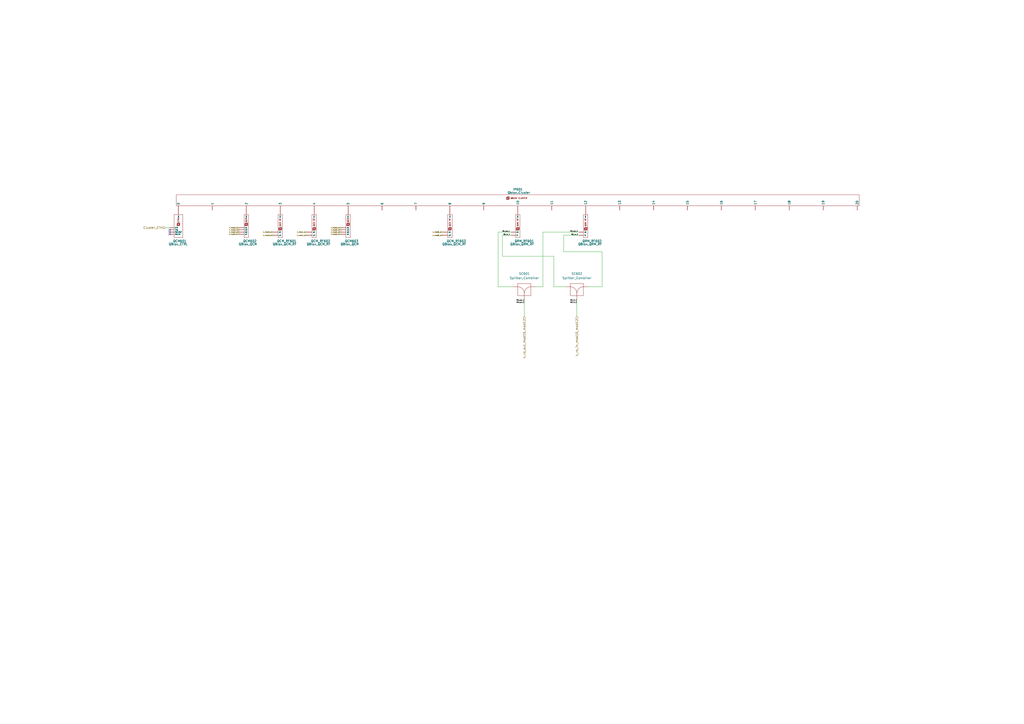
<source format=kicad_sch>
(kicad_sch (version 20230121) (generator eeschema)
  (paper "A2")
  (lib_symbols
    (symbol "Quantum Computing:QBlox_CTRL" (on_board no)
      (property "Reference" "QCM" (at -1.905 -2.032 0))
      (property "Value" "QBlox_CTRL" (at -4.445 -3.81 0))
      (symbol "QBlox_CTRL_0_0"
        (rectangle (start -1.27 13.335) (end 3.81 0))
        (polyline (pts (xy 1.905 6.985) (xy 2.1394 7.2206) (xy 2.124 8.4684) (xy 0.8708 8.4836) (xy 0.7311 8.3405) (xy 0.9734 8.3405) (xy 1.923 8.3405) (xy 1.7831 8.1985) (xy 1.6432 8.0564) (xy 0.9734 8.0564) (xy 0.9734 8.3405) (xy 0.7311 8.3405) (xy 0.638 8.2451) (xy 0.4666 8.0695) (xy 0.6456 8.0695) (xy 0.6726 8.0937) (xy 0.7205 8.1365) (xy 0.7768 8.2003) (xy 0.83 8.2695) (xy 0.8307 8.1629) (xy 0.8307 8.1389) (xy 0.8243 8.0818) (xy 0.795 8.0599) (xy 0.7264 8.0564) (xy 0.7223 8.0564) (xy 0.6596 8.0588) (xy 0.6456 8.0695) (xy 0.4666 8.0695) (xy 0.4051 8.0065) (xy 0.4051 7.3909) (xy 0.4065 7.1729) (xy 0.4104 7.0072) (xy 0.4128 6.9647) (xy 0.5472 6.9647) (xy 0.5472 7.9428) (xy 0.8313 7.9428) (xy 0.9734 7.9428) (xy 1.5984 7.9428) (xy 1.5984 7.2893) (xy 0.9734 7.2893) (xy 0.9734 7.9428) (xy 0.8313 7.9428) (xy 0.8313 7.2862) (xy 1.7405 7.2862) (xy 1.7405 7.9875) (xy 1.8832 8.1281) (xy 2.026 8.2688) (xy 2.0182 7.7861) (xy 2.0104 7.3035) (xy 1.8754 7.2948) (xy 1.7405 7.2862) (xy 0.8313 7.2862) (xy 0.8313 7.2445) (xy 0.6892 7.1046) (xy 0.5472 6.9647) (xy 0.4128 6.9647) (xy 0.4169 6.8915) (xy 0.6488 6.8915) (xy 0.7887 7.0336) (xy 0.9286 7.1756) (xy 1.5984 7.1756) (xy 1.5984 7.0829) (xy 1.7263 7.0829) (xy 1.7316 7.146) (xy 1.7585 7.1711) (xy 1.8242 7.1756) (xy 1.9221 7.1756) (xy 1.8257 7.0762) (xy 1.7924 7.042) (xy 1.7465 6.9951) (xy 1.7278 6.9768) (xy 1.7276 6.9776) (xy 1.7267 7.0104) (xy 1.7263 7.0762) (xy 1.7263 7.0829) (xy 1.5984 7.0829) (xy 1.5984 6.8915) (xy 0.6488 6.8915) (xy 0.4169 6.8915) (xy 0.417 6.8898) (xy 0.4265 6.8166) (xy 0.4392 6.7836) (xy 0.441 6.782) (xy 0.4782 6.7697) (xy 0.5557 6.7605) (xy 0.6779 6.7542) (xy 0.8486 6.7506) (xy 1.072 6.7495) (xy 1.6707 6.7495) (xy 1.905 6.985)) (stroke (width 0.01)) (fill (type outline)))
        (text "CTRL" (at 1.27 10.16 900) (effects (font (size 0.8 0.8))))
      )
      (symbol "QBlox_CTRL_1_1"
        (pin output line (at -3.81 5.715 0) (length 2.54) (name "ETH") (number ""))
        (pin output line (at -3.81 1.905 0) (length 2.54) (name "Ref_IN") (number ""))
        (pin output line (at -3.81 3.175 0) (length 2.54) (name "Ref_OUT") (number ""))
        (pin bidirectional line (at 1.27 15.875 270) (length 2.54) (name "SYNC") (number ""))
        (pin output line (at -3.81 4.445 0) (length 2.54) (name "Trig") (number ""))
      )
    )
    (symbol "Quantum Computing:QBlox_QCM" (on_board no)
      (property "Reference" "QCM" (at -1.905 -2.032 0))
      (property "Value" "QBlox_QCM" (at -4.445 -3.81 0))
      (symbol "QBlox_QCM_0_0"
        (rectangle (start -1.27 13.335) (end 1.27 0))
        (polyline (pts (xy 0.635 6.985) (xy 0.8694 7.2206) (xy 0.854 8.4684) (xy -0.3992 8.4836) (xy -0.5389 8.3405) (xy -0.2966 8.3405) (xy 0.653 8.3405) (xy 0.5131 8.1985) (xy 0.3732 8.0564) (xy -0.2966 8.0564) (xy -0.2966 8.3405) (xy -0.5389 8.3405) (xy -0.632 8.2451) (xy -0.8034 8.0695) (xy -0.6244 8.0695) (xy -0.5974 8.0937) (xy -0.5495 8.1365) (xy -0.4932 8.2003) (xy -0.44 8.2695) (xy -0.4393 8.1629) (xy -0.4393 8.1389) (xy -0.4457 8.0818) (xy -0.475 8.0599) (xy -0.5436 8.0564) (xy -0.5477 8.0564) (xy -0.6104 8.0588) (xy -0.6244 8.0695) (xy -0.8034 8.0695) (xy -0.8649 8.0065) (xy -0.8649 7.3909) (xy -0.8635 7.1729) (xy -0.8596 7.0072) (xy -0.8572 6.9647) (xy -0.7228 6.9647) (xy -0.7228 7.9428) (xy -0.4387 7.9428) (xy -0.2966 7.9428) (xy 0.3284 7.9428) (xy 0.3284 7.2893) (xy -0.2966 7.2893) (xy -0.2966 7.9428) (xy -0.4387 7.9428) (xy -0.4387 7.2862) (xy 0.4705 7.2862) (xy 0.4705 7.9875) (xy 0.6132 8.1281) (xy 0.756 8.2688) (xy 0.7482 7.7861) (xy 0.7404 7.3035) (xy 0.6054 7.2948) (xy 0.4705 7.2862) (xy -0.4387 7.2862) (xy -0.4387 7.2445) (xy -0.5808 7.1046) (xy -0.7228 6.9647) (xy -0.8572 6.9647) (xy -0.8531 6.8915) (xy -0.6212 6.8915) (xy -0.4813 7.0336) (xy -0.3414 7.1756) (xy 0.3284 7.1756) (xy 0.3284 7.0829) (xy 0.4563 7.0829) (xy 0.4616 7.146) (xy 0.4885 7.1711) (xy 0.5542 7.1756) (xy 0.6521 7.1756) (xy 0.5557 7.0762) (xy 0.5224 7.042) (xy 0.4765 6.9951) (xy 0.4578 6.9768) (xy 0.4576 6.9776) (xy 0.4567 7.0104) (xy 0.4563 7.0762) (xy 0.4563 7.0829) (xy 0.3284 7.0829) (xy 0.3284 6.8915) (xy -0.6212 6.8915) (xy -0.8531 6.8915) (xy -0.853 6.8898) (xy -0.8435 6.8166) (xy -0.8308 6.7836) (xy -0.829 6.782) (xy -0.7918 6.7697) (xy -0.7143 6.7605) (xy -0.5921 6.7542) (xy -0.4214 6.7506) (xy -0.198 6.7495) (xy 0.4007 6.7495) (xy 0.635 6.985)) (stroke (width 0.01)) (fill (type outline)))
        (text "QCM" (at 0 10.16 900) (effects (font (size 0.8 0.8))))
      )
      (symbol "QBlox_QCM_1_1"
        (pin bidirectional line (at 0 15.875 270) (length 2.54) (name "SYNC") (number ""))
        (pin output line (at -3.81 5.715 0) (length 2.54) (name "o1") (number ""))
        (pin output line (at -3.81 4.445 0) (length 2.54) (name "o2") (number ""))
        (pin output line (at -3.81 3.175 0) (length 2.54) (name "o3") (number ""))
        (pin output line (at -3.81 1.905 0) (length 2.54) (name "o4") (number ""))
      )
    )
    (symbol "Quantum Computing:QBlox_QCM_RF" (on_board no)
      (property "Reference" "QCM_RF" (at -1.905 -2.032 0))
      (property "Value" "QBlox_QCM_RF" (at -4.445 -3.81 0))
      (symbol "QBlox_QCM_RF_0_0"
        (rectangle (start -1.27 13.335) (end 1.27 0))
        (polyline (pts (xy 0.635 4.445) (xy 0.8694 4.6806) (xy 0.854 5.9284) (xy -0.3992 5.9436) (xy -0.5389 5.8005) (xy -0.2966 5.8005) (xy 0.653 5.8005) (xy 0.5131 5.6585) (xy 0.3732 5.5164) (xy -0.2966 5.5164) (xy -0.2966 5.8005) (xy -0.5389 5.8005) (xy -0.632 5.7051) (xy -0.8034 5.5295) (xy -0.6244 5.5295) (xy -0.5974 5.5537) (xy -0.5495 5.5965) (xy -0.4932 5.6603) (xy -0.44 5.7295) (xy -0.4393 5.6229) (xy -0.4393 5.5989) (xy -0.4457 5.5418) (xy -0.475 5.5199) (xy -0.5436 5.5164) (xy -0.5477 5.5164) (xy -0.6104 5.5188) (xy -0.6244 5.5295) (xy -0.8034 5.5295) (xy -0.8649 5.4665) (xy -0.8649 4.8509) (xy -0.8635 4.6329) (xy -0.8596 4.4672) (xy -0.8572 4.4247) (xy -0.7228 4.4247) (xy -0.7228 5.4028) (xy -0.4387 5.4028) (xy -0.2966 5.4028) (xy 0.3284 5.4028) (xy 0.3284 4.7493) (xy -0.2966 4.7493) (xy -0.2966 5.4028) (xy -0.4387 5.4028) (xy -0.4387 4.7462) (xy 0.4705 4.7462) (xy 0.4705 5.4475) (xy 0.6132 5.5881) (xy 0.756 5.7288) (xy 0.7482 5.2461) (xy 0.7404 4.7635) (xy 0.6054 4.7548) (xy 0.4705 4.7462) (xy -0.4387 4.7462) (xy -0.4387 4.7045) (xy -0.5808 4.5646) (xy -0.7228 4.4247) (xy -0.8572 4.4247) (xy -0.8531 4.3515) (xy -0.6212 4.3515) (xy -0.4813 4.4936) (xy -0.3414 4.6356) (xy 0.3284 4.6356) (xy 0.3284 4.5429) (xy 0.4563 4.5429) (xy 0.4616 4.606) (xy 0.4885 4.6311) (xy 0.5542 4.6356) (xy 0.6521 4.6356) (xy 0.5557 4.5362) (xy 0.5224 4.502) (xy 0.4765 4.4551) (xy 0.4578 4.4368) (xy 0.4576 4.4376) (xy 0.4567 4.4704) (xy 0.4563 4.5362) (xy 0.4563 4.5429) (xy 0.3284 4.5429) (xy 0.3284 4.3515) (xy -0.6212 4.3515) (xy -0.8531 4.3515) (xy -0.853 4.3498) (xy -0.8435 4.2766) (xy -0.8308 4.2436) (xy -0.829 4.242) (xy -0.7918 4.2297) (xy -0.7143 4.2205) (xy -0.5921 4.2142) (xy -0.4214 4.2106) (xy -0.198 4.2095) (xy 0.4007 4.2095) (xy 0.635 4.445)) (stroke (width 0.01)) (fill (type outline)))
        (text "QCM RF" (at 0 8.89 900) (effects (font (size 0.8 0.8))))
      )
      (symbol "QBlox_QCM_RF_1_1"
        (pin bidirectional line (at 0 15.875 270) (length 2.54) (name "SYNC") (number ""))
        (pin output line (at -3.81 3.175 0) (length 2.54) (name "o1") (number ""))
        (pin output line (at -3.81 1.27 0) (length 2.54) (name "o2") (number ""))
      )
    )
    (symbol "Quantum Computing:QBlox_QRM_RF" (on_board no)
      (property "Reference" "QRM_RF" (at -1.905 -2.032 0))
      (property "Value" "QBlox_QRM_RF" (at -4.445 -3.81 0))
      (symbol "QBlox_QRM_RF_0_0"
        (rectangle (start -1.27 13.335) (end 1.27 0))
        (polyline (pts (xy 0.635 4.445) (xy 0.8694 4.6806) (xy 0.854 5.9284) (xy -0.3992 5.9436) (xy -0.5389 5.8005) (xy -0.2966 5.8005) (xy 0.653 5.8005) (xy 0.5131 5.6585) (xy 0.3732 5.5164) (xy -0.2966 5.5164) (xy -0.2966 5.8005) (xy -0.5389 5.8005) (xy -0.632 5.7051) (xy -0.8034 5.5295) (xy -0.6244 5.5295) (xy -0.5974 5.5537) (xy -0.5495 5.5965) (xy -0.4932 5.6603) (xy -0.44 5.7295) (xy -0.4393 5.6229) (xy -0.4393 5.5989) (xy -0.4457 5.5418) (xy -0.475 5.5199) (xy -0.5436 5.5164) (xy -0.5477 5.5164) (xy -0.6104 5.5188) (xy -0.6244 5.5295) (xy -0.8034 5.5295) (xy -0.8649 5.4665) (xy -0.8649 4.8509) (xy -0.8635 4.6329) (xy -0.8596 4.4672) (xy -0.8572 4.4247) (xy -0.7228 4.4247) (xy -0.7228 5.4028) (xy -0.4387 5.4028) (xy -0.2966 5.4028) (xy 0.3284 5.4028) (xy 0.3284 4.7493) (xy -0.2966 4.7493) (xy -0.2966 5.4028) (xy -0.4387 5.4028) (xy -0.4387 4.7462) (xy 0.4705 4.7462) (xy 0.4705 5.4475) (xy 0.6132 5.5881) (xy 0.756 5.7288) (xy 0.7482 5.2461) (xy 0.7404 4.7635) (xy 0.6054 4.7548) (xy 0.4705 4.7462) (xy -0.4387 4.7462) (xy -0.4387 4.7045) (xy -0.5808 4.5646) (xy -0.7228 4.4247) (xy -0.8572 4.4247) (xy -0.8531 4.3515) (xy -0.6212 4.3515) (xy -0.4813 4.4936) (xy -0.3414 4.6356) (xy 0.3284 4.6356) (xy 0.3284 4.5429) (xy 0.4563 4.5429) (xy 0.4616 4.606) (xy 0.4885 4.6311) (xy 0.5542 4.6356) (xy 0.6521 4.6356) (xy 0.5557 4.5362) (xy 0.5224 4.502) (xy 0.4765 4.4551) (xy 0.4578 4.4368) (xy 0.4576 4.4376) (xy 0.4567 4.4704) (xy 0.4563 4.5362) (xy 0.4563 4.5429) (xy 0.3284 4.5429) (xy 0.3284 4.3515) (xy -0.6212 4.3515) (xy -0.8531 4.3515) (xy -0.853 4.3498) (xy -0.8435 4.2766) (xy -0.8308 4.2436) (xy -0.829 4.242) (xy -0.7918 4.2297) (xy -0.7143 4.2205) (xy -0.5921 4.2142) (xy -0.4214 4.2106) (xy -0.198 4.2095) (xy 0.4007 4.2095) (xy 0.635 4.445)) (stroke (width 0.01)) (fill (type outline)))
        (text "QRM RF" (at 0 8.89 900) (effects (font (size 0.8 0.8))))
      )
      (symbol "QBlox_QRM_RF_1_1"
        (pin bidirectional line (at 0 15.875 270) (length 2.54) (name "SYNC") (number ""))
        (pin output line (at -3.81 1.27 0) (length 2.54) (name "i1") (number ""))
        (pin output line (at -3.81 3.175 0) (length 2.54) (name "o1") (number ""))
      )
    )
    (symbol "Quantum Computing:Qblox_Cluster"
      (property "Reference" "IP" (at 0 6.985 0))
      (property "Value" "Qblox_Cluster" (at 0.635 5.08 0))
      (symbol "Qblox_Cluster_0_0"
        (rectangle (start -198.12 3.81) (end 198.12 -2.54))
        (polyline (pts (xy -5.08 1.27) (xy -4.8456 1.5056) (xy -4.861 2.7534) (xy -6.1142 2.7686) (xy -6.2539 2.6255) (xy -6.0116 2.6255) (xy -5.062 2.6255) (xy -5.2019 2.4835) (xy -5.3418 2.3414) (xy -6.0116 2.3414) (xy -6.0116 2.6255) (xy -6.2539 2.6255) (xy -6.347 2.5301) (xy -6.5184 2.3545) (xy -6.3394 2.3545) (xy -6.3124 2.3787) (xy -6.2645 2.4215) (xy -6.2082 2.4853) (xy -6.155 2.5545) (xy -6.1543 2.4479) (xy -6.1543 2.4239) (xy -6.1607 2.3668) (xy -6.19 2.3449) (xy -6.2586 2.3414) (xy -6.2627 2.3414) (xy -6.3254 2.3438) (xy -6.3394 2.3545) (xy -6.5184 2.3545) (xy -6.5799 2.2915) (xy -6.5799 1.6759) (xy -6.5785 1.4579) (xy -6.5746 1.2922) (xy -6.5722 1.2497) (xy -6.4378 1.2497) (xy -6.4378 2.2278) (xy -6.1537 2.2278) (xy -6.0116 2.2278) (xy -5.3866 2.2278) (xy -5.3866 1.5743) (xy -6.0116 1.5743) (xy -6.0116 2.2278) (xy -6.1537 2.2278) (xy -6.1537 1.5712) (xy -5.2445 1.5712) (xy -5.2445 2.2725) (xy -5.1018 2.4131) (xy -4.959 2.5538) (xy -4.9668 2.0711) (xy -4.9746 1.5885) (xy -5.1096 1.5798) (xy -5.2445 1.5712) (xy -6.1537 1.5712) (xy -6.1537 1.5295) (xy -6.2958 1.3896) (xy -6.4378 1.2497) (xy -6.5722 1.2497) (xy -6.5681 1.1765) (xy -6.3362 1.1765) (xy -6.1963 1.3186) (xy -6.0564 1.4606) (xy -5.3866 1.4606) (xy -5.3866 1.3679) (xy -5.2587 1.3679) (xy -5.2534 1.431) (xy -5.2265 1.4561) (xy -5.1608 1.4606) (xy -5.0629 1.4606) (xy -5.1593 1.3612) (xy -5.1926 1.327) (xy -5.2385 1.2801) (xy -5.2572 1.2618) (xy -5.2574 1.2626) (xy -5.2583 1.2954) (xy -5.2587 1.3612) (xy -5.2587 1.3679) (xy -5.3866 1.3679) (xy -5.3866 1.1765) (xy -6.3362 1.1765) (xy -6.5681 1.1765) (xy -6.568 1.1748) (xy -6.5585 1.1016) (xy -6.5458 1.0686) (xy -6.544 1.067) (xy -6.5068 1.0547) (xy -6.4293 1.0455) (xy -6.3071 1.0392) (xy -6.1364 1.0356) (xy -5.913 1.0345) (xy -5.3143 1.0345) (xy -5.08 1.27)) (stroke (width 0.01)) (fill (type outline)))
        (text "QBLOX CLUSTER" (at 0.635 1.905 0) (effects (font (size 0.8 0.8))))
      )
      (symbol "Qblox_Cluster_1_1"
        (pin passive line (at -196.85 -5.08 90) (length 2.54) (name "0") (number ""))
        (pin passive line (at -177.165 -5.08 90) (length 2.54) (name "1") (number ""))
        (pin passive line (at 0 -5.08 90) (length 2.54) (name "10") (number ""))
        (pin passive line (at 19.685 -5.08 90) (length 2.54) (name "11") (number ""))
        (pin passive line (at 39.37 -5.08 90) (length 2.54) (name "12") (number ""))
        (pin passive line (at 59.055 -5.08 90) (length 2.54) (name "13") (number ""))
        (pin passive line (at 78.74 -5.08 90) (length 2.54) (name "14") (number ""))
        (pin passive line (at 98.425 -5.08 90) (length 2.54) (name "15") (number ""))
        (pin passive line (at 118.11 -5.08 90) (length 2.54) (name "16") (number ""))
        (pin passive line (at 137.795 -5.08 90) (length 2.54) (name "17") (number ""))
        (pin passive line (at 157.48 -5.08 90) (length 2.54) (name "18") (number ""))
        (pin passive line (at 177.165 -5.08 90) (length 2.54) (name "19") (number ""))
        (pin passive line (at -157.48 -5.08 90) (length 2.54) (name "2") (number ""))
        (pin passive line (at 196.85 -5.08 90) (length 2.54) (name "20") (number ""))
        (pin passive line (at -137.795 -5.08 90) (length 2.54) (name "3") (number ""))
        (pin passive line (at -118.11 -5.08 90) (length 2.54) (name "4") (number ""))
        (pin passive line (at -98.425 -5.08 90) (length 2.54) (name "5") (number ""))
        (pin passive line (at -78.74 -5.08 90) (length 2.54) (name "6") (number ""))
        (pin passive line (at -59.055 -5.08 90) (length 2.54) (name "7") (number ""))
        (pin passive line (at -39.37 -5.08 90) (length 2.54) (name "8") (number ""))
        (pin passive line (at -19.685 -5.08 90) (length 2.54) (name "9") (number ""))
      )
    )
    (symbol "Quantum Computing:Splitter_Combiner" (on_board no)
      (property "Reference" "SC" (at 0 -4.445 0))
      (property "Value" "Splitter_Combiner" (at 0 -6.985 0))
      (symbol "Splitter_Combiner_0_1"
        (arc (start -3.81 0) (mid -1.0971 1.097) (end 0 3.81))
        (rectangle (start -3.81 5.08) (end 3.81 -1.905))
        (polyline (pts (xy 0 3.81) (xy 0 5.08)))
        (arc (start 0 3.81) (mid 1.1114 1.1114) (end 3.81 0))
      )
      (symbol "Splitter_Combiner_1_1"
        (pin bidirectional line (at -6.35 0 0) (length 2.54) (name "") (number ""))
        (pin bidirectional line (at 0 7.62 270) (length 2.54) (name "") (number ""))
        (pin bidirectional line (at 6.35 0 180) (length 2.54) (name "") (number ""))
      )
    )
  )
  (no_connect (at 98.425 134.62))
  (no_connect (at 98.425 133.35))
  (no_connect (at 98.425 135.89))
  (wire (pts (xy 291.465 136.525) (xy 296.545 136.525)))
  (wire (pts (xy 321.31 166.37) (xy 321.31 148.59)))
  (wire (pts (xy 328.295 166.37) (xy 321.31 166.37)))
  (wire (pts (xy 340.995 166.37) (xy 349.25 166.37)))
  (wire (pts (xy 296.545 134.62) (xy 288.925 134.62)))
  (wire (pts (xy 304.165 173.99) (xy 304.165 183.515)))
  (wire (pts (xy 334.645 173.99) (xy 334.645 183.515)))
  (wire (pts (xy 349.25 166.37) (xy 349.25 146.05)))
  (wire (pts (xy 291.465 148.59) (xy 291.465 136.525)))
  (wire (pts (xy 327.025 146.05) (xy 327.025 136.525)))
  (wire (pts (xy 327.025 136.525) (xy 335.915 136.525)))
  (wire (pts (xy 314.96 134.62) (xy 335.915 134.62)))
  (wire (pts (xy 314.96 166.37) (xy 314.96 134.62)))
  (wire (pts (xy 349.25 146.05) (xy 327.025 146.05)))
  (wire (pts (xy 95.885 132.08) (xy 98.425 132.08)))
  (wire (pts (xy 288.925 134.62) (xy 288.925 166.37)))
  (wire (pts (xy 321.31 148.59) (xy 291.465 148.59)))
  (wire (pts (xy 288.925 166.37) (xy 297.815 166.37)))
  (wire (pts (xy 310.515 166.37) (xy 314.96 166.37)))
  (label "RO_in_2" (at 334.645 175.895 180) (effects (font (size 0.64 0.64))))
  (label "RO_out_2" (at 304.165 175.895 180) (effects (font (size 0.64 0.64))))
  (label "RO_out_2" (at 335.28 134.62 180) (effects (font (size 0.64 0.64))))
  (label "RO_out_1" (at 295.91 134.62 180) (effects (font (size 0.64 0.64))))
  (label "RO_in_2" (at 335.28 136.525 180) (effects (font (size 0.64 0.64))))
  (label "RO_in_1" (at 295.91 136.525 180) (effects (font (size 0.64 0.64))))
  (label "RO_in_1" (at 334.645 174.625 180) (effects (font (size 0.64 0.64))))
  (label "RO_out_1" (at 304.165 174.625 180) (effects (font (size 0.64 0.64))))
  (hierarchical_label "4_mod2_o3" (shape input) (at 139.065 134.62 180) (effects (font (size 0.64 0.64))))
  (hierarchical_label "4_mod2_o4" (shape input) (at 139.065 135.89 180) (effects (font (size 0.64 0.64))))
  (hierarchical_label "4_mod5_o3" (shape input) (at 198.12 134.62 180) (effects (font (size 0.64 0.64))))
  (hierarchical_label "4_mod8_o1" (shape input) (at 257.175 134.62 180) (effects (font (size 0.64 0.64))))
  (hierarchical_label "Cluster_ETH" (shape input) (at 95.885 132.08 180))
  (hierarchical_label "4_ro_in_mod10_mod12" (shape input) (at 334.645 183.515 270))
  (hierarchical_label "4_mod4_o1" (shape input) (at 178.435 134.62 180) (effects (font (size 0.64 0.64))))
  (hierarchical_label "4_mod8_o2" (shape input) (at 257.175 136.525 180) (effects (font (size 0.64 0.64))))
  (hierarchical_label "4_mod5_o1" (shape input) (at 198.12 132.08 180) (effects (font (size 0.64 0.64))))
  (hierarchical_label "4_mod5_o2" (shape input) (at 198.12 133.35 180) (effects (font (size 0.64 0.64))))
  (hierarchical_label "4_mod4_o2" (shape input) (at 178.435 136.525 180) (effects (font (size 0.64 0.64))))
  (hierarchical_label "4_ro_out_mod10_mod12" (shape input) (at 304.165 183.515 270))
  (hierarchical_label "4_mod2_o1" (shape input) (at 139.065 132.08 180) (effects (font (size 0.64 0.64))))
  (hierarchical_label "4_mod3_o2" (shape input) (at 158.75 136.525 180) (effects (font (size 0.64 0.64))))
  (hierarchical_label "4_mod2_o2" (shape input) (at 139.065 133.35 180) (effects (font (size 0.64 0.64))))
  (hierarchical_label "4_mod5_o4" (shape input) (at 198.12 135.89 180) (effects (font (size 0.64 0.64))))
  (hierarchical_label "4_mod3_o1" (shape input) (at 158.75 134.62 180) (effects (font (size 0.64 0.64))))
  (symbol (lib_id "Quantum Computing:QBlox_QCM") (at 201.93 137.795 0) (unit 1) (on_board no)
    (property "Reference" "QCM603" (at 200.025 139.827 0) (effects (justify left)))
    (property "Value" "QBlox_QCM" (at 197.485 141.605 0) (effects (justify left)))
    (instances (project "KiCad 25qF" (path "" (reference "QCM603") (unit 1)) (path "" (reference "QCM3") (unit 1))))
  )
  (symbol (lib_id "Quantum Computing:QBlox_QCM") (at 142.875 137.795 0) (unit 1) (on_board no)
    (property "Reference" "QCM602" (at 140.97 139.827 0) (effects (justify left)))
    (property "Value" "QBlox_QCM" (at 138.43 141.605 0) (effects (justify left)))
    (instances (project "KiCad 25qF" (path "" (reference "QCM602") (unit 1)) (path "" (reference "QCM2") (unit 1))))
  )
  (symbol (lib_id "Quantum Computing:QBlox_QCM_RF") (at 162.56 137.795 0) (unit 1) (on_board no)
    (property "Reference" "QCM_RF601" (at 160.655 139.827 0) (effects (justify left)))
    (property "Value" "QBlox_QCM_RF" (at 158.115 141.605 0) (effects (justify left)))
    (instances (project "KiCad 25qF" (path "" (reference "QCM_RF601") (unit 1)) (path "" (reference "QCM_RF1") (unit 1))))
  )
  (symbol (lib_id "Quantum Computing:QBlox_QCM_RF") (at 260.985 137.795 0) (unit 1) (on_board no)
    (property "Reference" "QCM_RF603" (at 259.08 139.827 0) (effects (justify left)))
    (property "Value" "QBlox_QCM_RF" (at 256.54 141.605 0) (effects (justify left)))
    (instances (project "KiCad 25qF" (path "" (reference "QCM_RF603") (unit 1)) (path "" (reference "QCM_RF4") (unit 1))))
  )
  (symbol (lib_id "Quantum Computing:Splitter_Combiner") (at 304.165 166.37 180) (unit 1) (on_board no)
    (property "Reference" "SC601" (at 304.165 158.75 0))
    (property "Value" "Splitter_Combiner" (at 304.165 161.29 0))
    (instances (project "KiCad 25qF" (path "" (reference "SC601") (unit 1)) (path "" (reference "SC1") (unit 1))))
  )
  (symbol (lib_id "Quantum Computing:Qblox_Cluster") (at 300.355 116.84 0) (unit 1)
    (property "Reference" "IP601" (at 300.355 109.855 0))
    (property "Value" "Qblox_Cluster" (at 300.99 111.76 0))
    (instances (project "KiCad 25qF" (path "" (reference "IP601") (unit 1)) (path "" (reference "IP1") (unit 1))))
  )
  (symbol (lib_id "Quantum Computing:QBlox_QRM_RF") (at 339.725 137.795 0) (unit 1) (on_board no)
    (property "Reference" "QRM_RF602" (at 337.82 139.827 0) (effects (justify left)))
    (property "Value" "QBlox_QRM_RF" (at 335.28 141.605 0) (effects (justify left)))
    (instances (project "KiCad 25qF" (path "" (reference "QRM_RF602") (unit 1)) (path "" (reference "QRM_RF2") (unit 1))))
  )
  (symbol (lib_id "Quantum Computing:QBlox_QRM_RF") (at 300.355 137.795 0) (unit 1) (on_board no)
    (property "Reference" "QRM_RF601" (at 298.45 139.827 0) (effects (justify left)))
    (property "Value" "QBlox_QRM_RF" (at 295.91 141.605 0) (effects (justify left)))
    (instances (project "KiCad 25qF" (path "" (reference "QRM_RF601") (unit 1)) (path "" (reference "QRM_RF1") (unit 1))))
  )
  (symbol (lib_id "Quantum Computing:Splitter_Combiner") (at 334.645 166.37 180) (unit 1) (on_board no)
    (property "Reference" "SC602" (at 334.645 158.75 0))
    (property "Value" "Splitter_Combiner" (at 334.645 161.29 0))
    (instances (project "KiCad 25qF" (path "" (reference "SC602") (unit 1)) (path "" (reference "SC2") (unit 1))))
  )
  (symbol (lib_id "Quantum Computing:QBlox_CTRL") (at 102.235 137.795 0) (unit 1) (on_board no)
    (property "Reference" "QCM601" (at 100.33 139.827 0) (effects (justify left)))
    (property "Value" "QBlox_CTRL" (at 97.79 141.605 0) (effects (justify left)))
    (instances (project "KiCad 25qF" (path "" (reference "QCM601") (unit 1)) (path "" (reference "QCM1") (unit 1))))
  )
  (symbol (lib_id "Quantum Computing:QBlox_QCM_RF") (at 182.245 137.795 0) (unit 1) (on_board no)
    (property "Reference" "QCM_RF602" (at 180.34 139.827 0) (effects (justify left)))
    (property "Value" "QBlox_QCM_RF" (at 177.8 141.605 0) (effects (justify left)))
    (instances (project "KiCad 25qF" (path "" (reference "QCM_RF602") (unit 1)) (path "" (reference "QCM_RF2") (unit 1))))
  )
)
</source>
